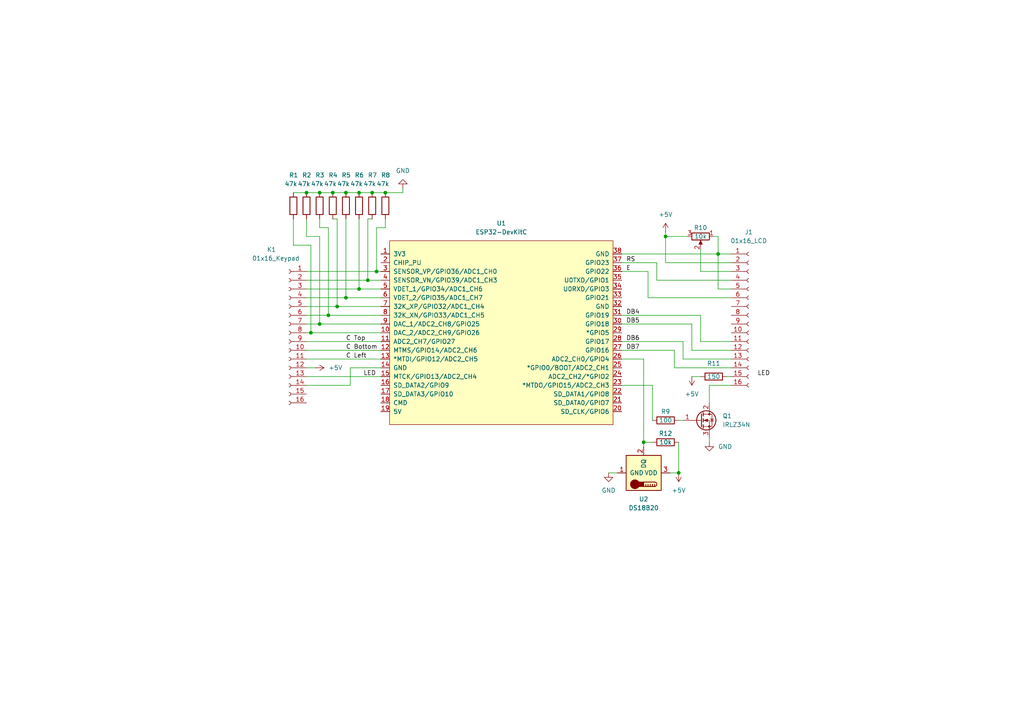
<source format=kicad_sch>
(kicad_sch (version 20211123) (generator eeschema)
  (paper "A4")
  (lib_symbols
    (symbol "+5V_1" (power) (pin_names (offset 0))
      (property "Value" "+5V_1" (at 0 3.556 0))
      (symbol "+5V_1_0_1"
        (polyline (pts (xy -0.762 1.27) (xy 0 2.54)))
        (polyline (pts (xy 0 0) (xy 0 2.54)))
        (polyline (pts (xy 0 2.54) (xy 0.762 1.27)))
      )
      (symbol "+5V_1_1_1"
        (pin power_in line (at 0 0 90) (length 0) hide (name "+5V") (number "1"))
      )
    )
    (symbol "Connector:Conn_01x16_Female" (pin_names (offset 1.016) hide)
      (property "Reference" "J" (at 0 20.32 0))
      (property "Value" "Conn_01x16_Female" (at 0 -22.86 0))
      (symbol "Conn_01x16_Female_1_1"
        (arc (start 0 -19.812) (mid -0.508 -20.32) (end 0 -20.828) (stroke (width 0.1524)))
        (arc (start 0 -17.272) (mid -0.508 -17.78) (end 0 -18.288) (stroke (width 0.1524)))
        (arc (start 0 -14.732) (mid -0.508 -15.24) (end 0 -15.748) (stroke (width 0.1524)))
        (arc (start 0 -12.192) (mid -0.508 -12.7) (end 0 -13.208) (stroke (width 0.1524)))
        (arc (start 0 -9.652) (mid -0.508 -10.16) (end 0 -10.668) (stroke (width 0.1524)))
        (arc (start 0 -7.112) (mid -0.508 -7.62) (end 0 -8.128) (stroke (width 0.1524)))
        (arc (start 0 -4.572) (mid -0.508 -5.08) (end 0 -5.588) (stroke (width 0.1524)))
        (arc (start 0 -2.032) (mid -0.508 -2.54) (end 0 -3.048) (stroke (width 0.1524)))
        (polyline (pts (xy -1.27 -20.32) (xy -0.508 -20.32)) (stroke (width 0.1524)))
        (polyline (pts (xy -1.27 -17.78) (xy -0.508 -17.78)) (stroke (width 0.1524)))
        (polyline (pts (xy -1.27 -15.24) (xy -0.508 -15.24)) (stroke (width 0.1524)))
        (polyline (pts (xy -1.27 -12.7) (xy -0.508 -12.7)) (stroke (width 0.1524)))
        (polyline (pts (xy -1.27 -10.16) (xy -0.508 -10.16)) (stroke (width 0.1524)))
        (polyline (pts (xy -1.27 -7.62) (xy -0.508 -7.62)) (stroke (width 0.1524)))
        (polyline (pts (xy -1.27 -5.08) (xy -0.508 -5.08)) (stroke (width 0.1524)))
        (polyline (pts (xy -1.27 -2.54) (xy -0.508 -2.54)) (stroke (width 0.1524)))
        (polyline (pts (xy -1.27 0) (xy -0.508 0)) (stroke (width 0.1524)))
        (polyline (pts (xy -1.27 2.54) (xy -0.508 2.54)) (stroke (width 0.1524)))
        (polyline (pts (xy -1.27 5.08) (xy -0.508 5.08)) (stroke (width 0.1524)))
        (polyline (pts (xy -1.27 7.62) (xy -0.508 7.62)) (stroke (width 0.1524)))
        (polyline (pts (xy -1.27 10.16) (xy -0.508 10.16)) (stroke (width 0.1524)))
        (polyline (pts (xy -1.27 12.7) (xy -0.508 12.7)) (stroke (width 0.1524)))
        (polyline (pts (xy -1.27 15.24) (xy -0.508 15.24)) (stroke (width 0.1524)))
        (polyline (pts (xy -1.27 17.78) (xy -0.508 17.78)) (stroke (width 0.1524)))
        (arc (start 0 0.508) (mid -0.508 0) (end 0 -0.508) (stroke (width 0.1524)))
        (arc (start 0 3.048) (mid -0.508 2.54) (end 0 2.032) (stroke (width 0.1524)))
        (arc (start 0 5.588) (mid -0.508 5.08) (end 0 4.572) (stroke (width 0.1524)))
        (arc (start 0 8.128) (mid -0.508 7.62) (end 0 7.112) (stroke (width 0.1524)))
        (arc (start 0 10.668) (mid -0.508 10.16) (end 0 9.652) (stroke (width 0.1524)))
        (arc (start 0 13.208) (mid -0.508 12.7) (end 0 12.192) (stroke (width 0.1524)))
        (arc (start 0 15.748) (mid -0.508 15.24) (end 0 14.732) (stroke (width 0.1524)))
        (arc (start 0 18.288) (mid -0.508 17.78) (end 0 17.272) (stroke (width 0.1524)))
        (pin passive line (at -5.08 17.78 0) (length 3.81) (name "Pin_1") (number "1"))
        (pin passive line (at -5.08 -5.08 0) (length 3.81) (name "Pin_10") (number "10"))
        (pin passive line (at -5.08 -7.62 0) (length 3.81) (name "Pin_11") (number "11"))
        (pin passive line (at -5.08 -10.16 0) (length 3.81) (name "Pin_12") (number "12"))
        (pin passive line (at -5.08 -12.7 0) (length 3.81) (name "Pin_13") (number "13"))
        (pin passive line (at -5.08 -15.24 0) (length 3.81) (name "Pin_14") (number "14"))
        (pin passive line (at -5.08 -17.78 0) (length 3.81) (name "Pin_15") (number "15"))
        (pin passive line (at -5.08 -20.32 0) (length 3.81) (name "Pin_16") (number "16"))
        (pin passive line (at -5.08 15.24 0) (length 3.81) (name "Pin_2") (number "2"))
        (pin passive line (at -5.08 12.7 0) (length 3.81) (name "Pin_3") (number "3"))
        (pin passive line (at -5.08 10.16 0) (length 3.81) (name "Pin_4") (number "4"))
        (pin passive line (at -5.08 7.62 0) (length 3.81) (name "Pin_5") (number "5"))
        (pin passive line (at -5.08 5.08 0) (length 3.81) (name "Pin_6") (number "6"))
        (pin passive line (at -5.08 2.54 0) (length 3.81) (name "Pin_7") (number "7"))
        (pin passive line (at -5.08 0 0) (length 3.81) (name "Pin_8") (number "8"))
        (pin passive line (at -5.08 -2.54 0) (length 3.81) (name "Pin_9") (number "9"))
      )
    )
    (symbol "Device:R" (pin_numbers hide) (pin_names (offset 0))
      (property "Reference" "R" (at 2.032 0 90))
      (property "Value" "R" (at 0 0 90))
      (symbol "R_0_1"
        (rectangle (start -1.016 -2.54) (end 1.016 2.54) (stroke (width 0.254)))
      )
      (symbol "R_1_1"
        (pin passive line (at 0 3.81 270) (length 1.27) (name "~") (number "1"))
        (pin passive line (at 0 -3.81 90) (length 1.27) (name "~") (number "2"))
      )
    )
    (symbol "Device:R_Potentiometer" (pin_names (offset 1.016) hide)
      (property "Reference" "RV" (at -4.445 0 90))
      (property "Value" "R_Potentiometer" (at -2.54 0 90))
      (symbol "R_Potentiometer_0_1"
        (polyline (pts (xy 2.54 0) (xy 1.524 0)))
        (polyline (pts (xy 1.143 0) (xy 2.286 0.508) (xy 2.286 -0.508) (xy 1.143 0)) (fill (type outline)))
        (rectangle (start 1.016 2.54) (end -1.016 -2.54) (stroke (width 0.254)))
      )
      (symbol "R_Potentiometer_1_1"
        (pin passive line (at 0 3.81 270) (length 1.27) (name "1") (number "1"))
        (pin passive line (at 3.81 0 180) (length 1.27) (name "2") (number "2"))
        (pin passive line (at 0 -3.81 90) (length 1.27) (name "3") (number "3"))
      )
    )
    (symbol "Espressif:ESP32-DevKitC" (pin_names (offset 1.016))
      (property "Reference" "U" (at -8.89 26.67 0))
      (property "Value" "ESP32-DevKitC" (at 0 -29.21 0))
      (symbol "ESP32-DevKitC_0_0"
        (pin power_in line (at -33.02 -11.43 0) (length 2.54) (name "GND") (number "14"))
        (pin power_in line (at -33.02 -24.13 0) (length 2.54) (name "5V") (number "19"))
      )
      (symbol "ESP32-DevKitC_0_1"
        (rectangle (start -30.48 25.4) (end 34.29 -27.94) (fill (type background)))
      )
      (symbol "ESP32-DevKitC_1_1"
        (pin power_in line (at -33.02 21.59 0) (length 2.54) (name "3V3") (number "1"))
        (pin bidirectional line (at -33.02 -1.27 0) (length 2.54) (name "DAC_2/ADC2_CH9/GPIO26") (number "10"))
        (pin bidirectional line (at -33.02 -3.81 0) (length 2.54) (name "ADC2_CH7/GPIO27") (number "11"))
        (pin bidirectional line (at -33.02 -6.35 0) (length 2.54) (name "MTMS/GPIO14/ADC2_CH6") (number "12"))
        (pin bidirectional line (at -33.02 -8.89 0) (length 2.54) (name "*MTDI/GPIO12/ADC2_CH5") (number "13"))
        (pin bidirectional line (at -33.02 -13.97 0) (length 2.54) (name "MTCK/GPIO13/ADC2_CH4") (number "15"))
        (pin bidirectional line (at -33.02 -16.51 0) (length 2.54) (name "SD_DATA2/GPIO9") (number "16"))
        (pin bidirectional line (at -33.02 -19.05 0) (length 2.54) (name "SD_DATA3/GPIO10") (number "17"))
        (pin bidirectional line (at -33.02 -21.59 0) (length 2.54) (name "CMD") (number "18"))
        (pin input line (at -33.02 19.05 0) (length 2.54) (name "CHIP_PU") (number "2"))
        (pin bidirectional line (at 36.83 -24.13 180) (length 2.54) (name "SD_CLK/GPIO6") (number "20"))
        (pin bidirectional line (at 36.83 -21.59 180) (length 2.54) (name "SD_DATA0/GPIO7") (number "21"))
        (pin bidirectional line (at 36.83 -19.05 180) (length 2.54) (name "SD_DATA1/GPIO8") (number "22"))
        (pin bidirectional line (at 36.83 -16.51 180) (length 2.54) (name "*MTDO/GPIO15/ADC2_CH3") (number "23"))
        (pin bidirectional line (at 36.83 -13.97 180) (length 2.54) (name "ADC2_CH2/*GPIO2") (number "24"))
        (pin bidirectional line (at 36.83 -11.43 180) (length 2.54) (name "*GPIO0/BOOT/ADC2_CH1") (number "25"))
        (pin bidirectional line (at 36.83 -8.89 180) (length 2.54) (name "ADC2_CH0/GPIO4") (number "26"))
        (pin bidirectional line (at 36.83 -6.35 180) (length 2.54) (name "GPIO16") (number "27"))
        (pin bidirectional line (at 36.83 -3.81 180) (length 2.54) (name "GPIO17") (number "28"))
        (pin bidirectional line (at 36.83 -1.27 180) (length 2.54) (name "*GPIO5") (number "29"))
        (pin input line (at -33.02 16.51 0) (length 2.54) (name "SENSOR_VP/GPIO36/ADC1_CH0") (number "3"))
        (pin bidirectional line (at 36.83 1.27 180) (length 2.54) (name "GPIO18") (number "30"))
        (pin bidirectional line (at 36.83 3.81 180) (length 2.54) (name "GPIO19") (number "31"))
        (pin power_in line (at 36.83 6.35 180) (length 2.54) (name "GND") (number "32"))
        (pin bidirectional line (at 36.83 8.89 180) (length 2.54) (name "GPIO21") (number "33"))
        (pin bidirectional line (at 36.83 11.43 180) (length 2.54) (name "U0RXD/GPIO3") (number "34"))
        (pin bidirectional line (at 36.83 13.97 180) (length 2.54) (name "U0TXD/GPIO1") (number "35"))
        (pin bidirectional line (at 36.83 16.51 180) (length 2.54) (name "GPIO22") (number "36"))
        (pin bidirectional line (at 36.83 19.05 180) (length 2.54) (name "GPIO23") (number "37"))
        (pin power_in line (at 36.83 21.59 180) (length 2.54) (name "GND") (number "38"))
        (pin input line (at -33.02 13.97 0) (length 2.54) (name "SENSOR_VN/GPIO39/ADC1_CH3") (number "4"))
        (pin input line (at -33.02 11.43 0) (length 2.54) (name "VDET_1/GPIO34/ADC1_CH6") (number "5"))
        (pin input line (at -33.02 8.89 0) (length 2.54) (name "VDET_2/GPIO35/ADC1_CH7") (number "6"))
        (pin bidirectional line (at -33.02 6.35 0) (length 2.54) (name "32K_XP/GPIO32/ADC1_CH4") (number "7"))
        (pin bidirectional line (at -33.02 3.81 0) (length 2.54) (name "32K_XN/GPIO33/ADC1_CH5") (number "8"))
        (pin bidirectional line (at -33.02 1.27 0) (length 2.54) (name "DAC_1/ADC2_CH8/GPIO25") (number "9"))
      )
    )
    (symbol "GND_1" (power) (pin_names (offset 0))
      (property "Value" "GND_1" (at 0 -3.81 0))
      (symbol "GND_1_0_1"
        (polyline (pts (xy 0 0) (xy 0 -1.27) (xy 1.27 -1.27) (xy 0 -2.54) (xy -1.27 -1.27) (xy 0 -1.27)))
      )
      (symbol "GND_1_1_1"
        (pin power_in line (at 0 0 270) (length 0) hide (name "GND") (number "1"))
      )
    )
    (symbol "Sensor_Temperature:DS18B20" (pin_names (offset 1.016))
      (property "Reference" "U" (at -3.81 6.35 0))
      (property "Value" "DS18B20" (at 6.35 6.35 0))
      (symbol "DS18B20_0_1"
        (rectangle (start -5.08 5.08) (end 5.08 -5.08) (stroke (width 0.254)) (fill (type background)))
        (circle (center -3.302 -2.54) (radius 1.27) (stroke (width 0.254)) (fill (type outline)))
        (rectangle (start -2.667 -1.905) (end -3.937 0) (stroke (width 0.254)) (fill (type outline)))
        (arc (start -2.667 3.175) (mid -3.302 3.81) (end -3.937 3.175) (stroke (width 0.254)))
        (polyline (pts (xy -3.937 0.635) (xy -3.302 0.635)) (stroke (width 0.254)))
        (polyline (pts (xy -3.937 1.27) (xy -3.302 1.27)) (stroke (width 0.254)))
        (polyline (pts (xy -3.937 1.905) (xy -3.302 1.905)) (stroke (width 0.254)))
        (polyline (pts (xy -3.937 2.54) (xy -3.302 2.54)) (stroke (width 0.254)))
        (polyline (pts (xy -3.937 3.175) (xy -3.937 0)) (stroke (width 0.254)))
        (polyline (pts (xy -3.937 3.175) (xy -3.302 3.175)) (stroke (width 0.254)))
        (polyline (pts (xy -2.667 3.175) (xy -2.667 0)) (stroke (width 0.254)))
      )
      (symbol "DS18B20_1_1"
        (pin power_in line (at 0 -7.62 90) (length 2.54) (name "GND") (number "1"))
        (pin bidirectional line (at 7.62 0 180) (length 2.54) (name "DQ") (number "2"))
        (pin power_in line (at 0 7.62 270) (length 2.54) (name "VDD") (number "3"))
      )
    )
    (symbol "Transistor_FET:IRLZ34N" (pin_names hide)
      (property "Reference" "Q" (at 6.35 1.905 0))
      (property "Value" "IRLZ34N" (at 6.35 0 0))
      (symbol "IRLZ34N_0_1"
        (polyline (pts (xy 0.254 0) (xy -2.54 0)))
        (polyline (pts (xy 0.254 1.905) (xy 0.254 -1.905)) (stroke (width 0.254)))
        (polyline (pts (xy 0.762 -1.27) (xy 0.762 -2.286)) (stroke (width 0.254)))
        (polyline (pts (xy 0.762 0.508) (xy 0.762 -0.508)) (stroke (width 0.254)))
        (polyline (pts (xy 0.762 2.286) (xy 0.762 1.27)) (stroke (width 0.254)))
        (polyline (pts (xy 2.54 2.54) (xy 2.54 1.778)))
        (polyline (pts (xy 2.54 -2.54) (xy 2.54 0) (xy 0.762 0)))
        (polyline (pts (xy 0.762 -1.778) (xy 3.302 -1.778) (xy 3.302 1.778) (xy 0.762 1.778)))
        (polyline (pts (xy 1.016 0) (xy 2.032 0.381) (xy 2.032 -0.381) (xy 1.016 0)) (fill (type outline)))
        (polyline (pts (xy 2.794 0.508) (xy 2.921 0.381) (xy 3.683 0.381) (xy 3.81 0.254)))
        (polyline (pts (xy 3.302 0.381) (xy 2.921 -0.254) (xy 3.683 -0.254) (xy 3.302 0.381)))
        (circle (center 1.651 0) (radius 2.794) (stroke (width 0.254)))
        (circle (center 2.54 -1.778) (radius 0.254) (fill (type outline)))
        (circle (center 2.54 1.778) (radius 0.254) (fill (type outline)))
      )
      (symbol "IRLZ34N_1_1"
        (pin input line (at -5.08 0 0) (length 2.54) (name "G") (number "1"))
        (pin passive line (at 2.54 5.08 270) (length 2.54) (name "D") (number "2"))
        (pin passive line (at 2.54 -5.08 90) (length 2.54) (name "S") (number "3"))
      )
    )
    (symbol "power:+5V" (power) (pin_names (offset 0))
      (property "Value" "+5V" (at 0 3.556 0))
      (symbol "+5V_0_1"
        (polyline (pts (xy -0.762 1.27) (xy 0 2.54)))
        (polyline (pts (xy 0 0) (xy 0 2.54)))
        (polyline (pts (xy 0 2.54) (xy 0.762 1.27)))
      )
      (symbol "+5V_1_1"
        (pin power_in line (at 0 0 90) (length 0) hide (name "+5V") (number "1"))
      )
    )
    (symbol "power:GND" (power) (pin_names (offset 0))
      (property "Value" "GND" (at 0 -3.81 0))
      (symbol "GND_0_1"
        (polyline (pts (xy 0 0) (xy 0 -1.27) (xy 1.27 -1.27) (xy 0 -2.54) (xy -1.27 -1.27) (xy 0 -1.27)))
      )
      (symbol "GND_1_1"
        (pin power_in line (at 0 0 270) (length 0) hide (name "GND") (number "1"))
      )
    )
  )
  (junction (at 109.22 78.74))
  (junction (at 104.14 83.82))
  (junction (at 208.28 73.66))
  (junction (at 90.17 96.52))
  (junction (at 96.52 55.88))
  (junction (at 100.33 86.36))
  (junction (at 196.85 137.16))
  (junction (at 106.68 81.28))
  (junction (at 186.69 128.27))
  (junction (at 100.33 55.88))
  (junction (at 111.76 55.88))
  (junction (at 97.79 88.9))
  (junction (at 104.14 55.88))
  (junction (at 88.9 55.88))
  (junction (at 95.25 91.44))
  (junction (at 92.71 93.98))
  (junction (at 193.04 68.58))
  (junction (at 107.95 55.88))
  (junction (at 92.71 55.88))
  (wire (pts (xy 208.28 83.82) (xy 208.28 73.66)))
  (wire (pts (xy 196.85 128.27) (xy 196.85 137.16)))
  (wire (pts (xy 111.76 66.04) (xy 111.76 63.5)))
  (wire (pts (xy 180.34 104.14) (xy 186.69 104.14)))
  (wire (pts (xy 207.01 68.58) (xy 208.28 68.58)))
  (wire (pts (xy 198.12 104.14) (xy 212.09 104.14)))
  (wire (pts (xy 208.28 68.58) (xy 208.28 73.66)))
  (wire (pts (xy 203.2 99.06) (xy 212.09 99.06)))
  (wire (pts (xy 88.9 109.22) (xy 110.49 109.22)))
  (wire (pts (xy 104.14 55.88) (xy 107.95 55.88)))
  (wire (pts (xy 110.49 106.68) (xy 101.6 106.68)))
  (wire (pts (xy 104.14 83.82) (xy 110.49 83.82)))
  (wire (pts (xy 95.25 91.44) (xy 110.49 91.44)))
  (wire (pts (xy 203.2 78.74) (xy 212.09 78.74)))
  (wire (pts (xy 189.23 121.92) (xy 189.23 111.76)))
  (wire (pts (xy 104.14 63.5) (xy 104.14 83.82)))
  (wire (pts (xy 100.33 63.5) (xy 100.33 86.36)))
  (wire (pts (xy 88.9 86.36) (xy 100.33 86.36)))
  (wire (pts (xy 195.58 106.68) (xy 212.09 106.68)))
  (wire (pts (xy 190.5 76.2) (xy 190.5 81.28)))
  (wire (pts (xy 90.17 96.52) (xy 110.49 96.52)))
  (wire (pts (xy 180.34 111.76) (xy 189.23 111.76)))
  (wire (pts (xy 106.68 63.5) (xy 107.95 63.5)))
  (wire (pts (xy 88.9 91.44) (xy 95.25 91.44)))
  (wire (pts (xy 200.66 109.22) (xy 203.2 109.22)))
  (wire (pts (xy 193.04 76.2) (xy 212.09 76.2)))
  (wire (pts (xy 180.34 91.44) (xy 203.2 91.44)))
  (wire (pts (xy 194.31 137.16) (xy 196.85 137.16)))
  (wire (pts (xy 205.74 116.84) (xy 205.74 111.76)))
  (wire (pts (xy 189.23 128.27) (xy 186.69 128.27)))
  (wire (pts (xy 88.9 68.58) (xy 88.9 63.5)))
  (wire (pts (xy 200.66 93.98) (xy 200.66 101.6)))
  (wire (pts (xy 95.25 66.04) (xy 92.71 66.04)))
  (wire (pts (xy 210.82 109.22) (xy 212.09 109.22)))
  (wire (pts (xy 190.5 81.28) (xy 212.09 81.28)))
  (wire (pts (xy 200.66 101.6) (xy 212.09 101.6)))
  (wire (pts (xy 90.17 71.12) (xy 85.09 71.12)))
  (wire (pts (xy 187.96 86.36) (xy 212.09 86.36)))
  (wire (pts (xy 95.25 91.44) (xy 95.25 66.04)))
  (wire (pts (xy 92.71 93.98) (xy 110.49 93.98)))
  (wire (pts (xy 180.34 76.2) (xy 190.5 76.2)))
  (wire (pts (xy 100.33 86.36) (xy 110.49 86.36)))
  (wire (pts (xy 180.34 78.74) (xy 187.96 78.74)))
  (wire (pts (xy 88.9 78.74) (xy 109.22 78.74)))
  (wire (pts (xy 97.79 63.5) (xy 96.52 63.5)))
  (wire (pts (xy 92.71 66.04) (xy 92.71 63.5)))
  (wire (pts (xy 203.2 72.39) (xy 203.2 78.74)))
  (wire (pts (xy 90.17 96.52) (xy 90.17 71.12)))
  (wire (pts (xy 205.74 111.76) (xy 212.09 111.76)))
  (wire (pts (xy 107.95 55.88) (xy 111.76 55.88)))
  (wire (pts (xy 109.22 78.74) (xy 109.22 66.04)))
  (wire (pts (xy 88.9 101.6) (xy 110.49 101.6)))
  (wire (pts (xy 116.84 55.88) (xy 116.84 54.61)))
  (wire (pts (xy 88.9 104.14) (xy 110.49 104.14)))
  (wire (pts (xy 208.28 73.66) (xy 212.09 73.66)))
  (wire (pts (xy 193.04 68.58) (xy 193.04 76.2)))
  (wire (pts (xy 180.34 101.6) (xy 195.58 101.6)))
  (wire (pts (xy 88.9 106.68) (xy 91.44 106.68)))
  (wire (pts (xy 109.22 78.74) (xy 110.49 78.74)))
  (wire (pts (xy 88.9 88.9) (xy 97.79 88.9)))
  (wire (pts (xy 88.9 55.88) (xy 92.71 55.88)))
  (wire (pts (xy 92.71 93.98) (xy 92.71 68.58)))
  (wire (pts (xy 198.12 99.06) (xy 198.12 104.14)))
  (wire (pts (xy 203.2 91.44) (xy 203.2 99.06)))
  (wire (pts (xy 187.96 78.74) (xy 187.96 86.36)))
  (wire (pts (xy 106.68 81.28) (xy 110.49 81.28)))
  (wire (pts (xy 88.9 81.28) (xy 106.68 81.28)))
  (wire (pts (xy 193.04 68.58) (xy 199.39 68.58)))
  (wire (pts (xy 88.9 83.82) (xy 104.14 83.82)))
  (wire (pts (xy 111.76 55.88) (xy 116.84 55.88)))
  (wire (pts (xy 193.04 67.31) (xy 193.04 68.58)))
  (wire (pts (xy 85.09 55.88) (xy 88.9 55.88)))
  (wire (pts (xy 101.6 106.68) (xy 101.6 111.76)))
  (wire (pts (xy 88.9 93.98) (xy 92.71 93.98)))
  (wire (pts (xy 186.69 104.14) (xy 186.69 128.27)))
  (wire (pts (xy 180.34 73.66) (xy 208.28 73.66)))
  (wire (pts (xy 101.6 111.76) (xy 88.9 111.76)))
  (wire (pts (xy 109.22 66.04) (xy 111.76 66.04)))
  (wire (pts (xy 180.34 93.98) (xy 200.66 93.98)))
  (wire (pts (xy 88.9 96.52) (xy 90.17 96.52)))
  (wire (pts (xy 100.33 55.88) (xy 104.14 55.88)))
  (wire (pts (xy 96.52 55.88) (xy 100.33 55.88)))
  (wire (pts (xy 212.09 83.82) (xy 208.28 83.82)))
  (wire (pts (xy 92.71 55.88) (xy 96.52 55.88)))
  (wire (pts (xy 97.79 88.9) (xy 97.79 63.5)))
  (wire (pts (xy 180.34 99.06) (xy 198.12 99.06)))
  (wire (pts (xy 176.53 137.16) (xy 179.07 137.16)))
  (wire (pts (xy 106.68 81.28) (xy 106.68 63.5)))
  (wire (pts (xy 196.85 121.92) (xy 198.12 121.92)))
  (wire (pts (xy 88.9 99.06) (xy 110.49 99.06)))
  (wire (pts (xy 195.58 101.6) (xy 195.58 106.68)))
  (wire (pts (xy 205.74 127) (xy 205.74 128.27)))
  (wire (pts (xy 97.79 88.9) (xy 110.49 88.9)))
  (wire (pts (xy 186.69 128.27) (xy 186.69 129.54)))
  (wire (pts (xy 92.71 68.58) (xy 88.9 68.58)))
  (wire (pts (xy 85.09 71.12) (xy 85.09 63.5)))
  (label "DB7" (at 181.61 101.6 0))
  (label "DB6" (at 181.61 99.06 0))
  (label "RS" (at 181.61 76.2 0))
  (label "C Bottom" (at 100.33 101.6 0))
  (label "DB4" (at 181.61 91.44 0))
  (label "DB5" (at 181.61 93.98 0))
  (label "C Top" (at 100.33 99.06 0))
  (label "LED" (at 105.41 109.22 0))
  (label "C Left" (at 100.33 104.14 0))
  (label "LED" (at 219.71 109.22 0))
  (label "E" (at 181.61 78.74 0))
  (symbol (lib_id "Connector:Conn_01x16_Female") (at 83.82 96.52 0) (mirror y) (unit 1)
    (property "Reference" "K1" (at 78.74 72.39 0))
    (property "Value" "01x16_Keypad" (at 80.01 74.93 0))
  )
  (symbol (lib_id "Device:R") (at 96.52 59.69 0) (unit 1)
    (property "Reference" "R4" (at 95.25 50.8 0) (effects (justify left)))
    (property "Value" "47k" (at 93.98 53.34 0) (effects (justify left)))
  )
  (symbol (lib_id "power:+5V") (at 193.04 67.31 0) (unit 1)
    (property "Reference" "#PWR0104" (effects hide))
    (property "Value" "+5V" (at 193.04 62.23 0))
  )
  (symbol (lib_name "+5V_1") (lib_id "power:+5V") (at 196.85 137.16 180) (unit 1)
    (property "Reference" "#PWR03" (effects hide))
    (property "Value" "+5V" (at 196.85 142.24 0))
  )
  (symbol (lib_id "Device:R") (at 92.71 59.69 0) (unit 1)
    (property "Reference" "R3" (at 91.44 50.8 0) (effects (justify left)))
    (property "Value" "47k" (at 90.17 53.34 0) (effects (justify left)))
  )
  (symbol (lib_id "Device:R") (at 111.76 59.69 0) (unit 1)
    (property "Reference" "R8" (at 110.49 50.8 0) (effects (justify left)))
    (property "Value" "47k" (at 109.22 53.34 0) (effects (justify left)))
  )
  (symbol (lib_id "Device:R_Potentiometer") (at 203.2 68.58 270) (unit 1)
    (property "Reference" "R10" (at 203.2 66.04 90))
    (property "Value" "10k" (at 203.2 68.58 90))
  )
  (symbol (lib_id "Device:R") (at 107.95 59.69 0) (unit 1)
    (property "Reference" "R7" (at 106.68 50.8 0) (effects (justify left)))
    (property "Value" "47k" (at 105.41 53.34 0) (effects (justify left)))
  )
  (symbol (lib_id "Espressif:ESP32-DevKitC") (at 143.51 95.25 0) (unit 1)
    (property "Reference" "U1" (at 145.415 64.77 0))
    (property "Value" "ESP32-DevKitC" (at 145.415 67.31 0))
    (property "Footprint" "Espressif:ESP32-DevKitC" (effects hide))
    (property "Datasheet" "https://docs.espressif.com/projects/esp-idf/zh_CN/latest/esp32/hw-reference/esp32/get-started-devkitc.html" (effects hide))
  )
  (symbol (lib_id "Connector:Conn_01x16_Female") (at 217.17 91.44 0) (unit 1)
    (property "Reference" "J1" (at 217.17 67.31 0))
    (property "Value" "01x16_LCD" (at 217.17 69.85 0))
  )
  (symbol (lib_id "power:GND") (at 116.84 54.61 180) (unit 1)
    (property "Reference" "#PWR0105" (effects hide))
    (property "Value" "GND" (at 116.84 49.53 0))
  )
  (symbol (lib_id "Device:R") (at 85.09 59.69 0) (unit 1)
    (property "Reference" "R1" (at 83.82 50.8 0) (effects (justify left)))
    (property "Value" "47k" (at 82.55 53.34 0) (effects (justify left)))
  )
  (symbol (lib_id "Device:R") (at 193.04 128.27 270) (mirror x) (unit 1)
    (property "Reference" "R12" (at 193.04 125.73 90))
    (property "Value" "10k" (at 193.04 128.27 90))
  )
  (symbol (lib_id "Device:R") (at 193.04 121.92 90) (unit 1)
    (property "Reference" "R9" (at 193.04 119.38 90))
    (property "Value" "100" (at 193.04 121.92 90))
  )
  (symbol (lib_id "power:+5V") (at 91.44 106.68 270) (unit 1)
    (property "Reference" "#PWR0103" (effects hide))
    (property "Value" "+5V" (at 95.25 106.6799 90) (effects (justify left)))
  )
  (symbol (lib_id "Device:R") (at 88.9 59.69 0) (unit 1)
    (property "Reference" "R2" (at 87.63 50.8 0) (effects (justify left)))
    (property "Value" "47k" (at 86.36 53.34 0) (effects (justify left)))
  )
  (symbol (lib_id "power:GND") (at 205.74 128.27 0) (unit 1)
    (property "Reference" "#PWR01" (effects hide))
    (property "Value" "GND" (at 208.28 129.5399 0) (effects (justify left)))
  )
  (symbol (lib_id "Device:R") (at 207.01 109.22 90) (unit 1)
    (property "Reference" "R11" (at 207.01 105.41 90))
    (property "Value" "150" (at 207.01 109.22 90))
  )
  (symbol (lib_id "Sensor_Temperature:DS18B20") (at 186.69 137.16 270) (mirror x) (unit 1)
    (property "Reference" "U2" (at 186.69 144.78 90))
    (property "Value" "DS18B20" (at 186.69 147.32 90))
    (property "Footprint" "Package_TO_SOT_THT:TO-92_Inline" (effects hide))
    (property "Datasheet" "http://datasheets.maximintegrated.com/en/ds/DS18B20.pdf" (effects hide))
  )
  (symbol (lib_id "Device:R") (at 100.33 59.69 0) (unit 1)
    (property "Reference" "R5" (at 99.06 50.8 0) (effects (justify left)))
    (property "Value" "47k" (at 97.79 53.34 0) (effects (justify left)))
  )
  (symbol (lib_name "GND_1") (lib_id "power:GND") (at 176.53 137.16 0) (unit 1)
    (property "Reference" "#PWR02" (effects hide))
    (property "Value" "GND" (at 176.53 142.24 0))
  )
  (symbol (lib_id "power:+5V") (at 200.66 109.22 180) (unit 1)
    (property "Reference" "#PWR0102" (effects hide))
    (property "Value" "+5V" (at 200.66 114.3 0))
  )
  (symbol (lib_id "Device:R") (at 104.14 59.69 0) (unit 1)
    (property "Reference" "R6" (at 102.87 50.8 0) (effects (justify left)))
    (property "Value" "47k" (at 101.6 53.34 0) (effects (justify left)))
  )
  (symbol (lib_id "Transistor_FET:IRLZ34N") (at 203.2 121.92 0) (unit 1)
    (property "Reference" "Q1" (at 209.55 120.6499 0) (effects (justify left)))
    (property "Value" "IRLZ34N" (at 209.55 123.1899 0) (effects (justify left)))
    (property "Footprint" "Package_TO_SOT_THT:TO-220-3_Vertical" (effects hide))
    (property "Datasheet" "http://www.infineon.com/dgdl/irlz34npbf.pdf?fileId=5546d462533600a40153567206892720" (effects hide))
  )
)
</source>
